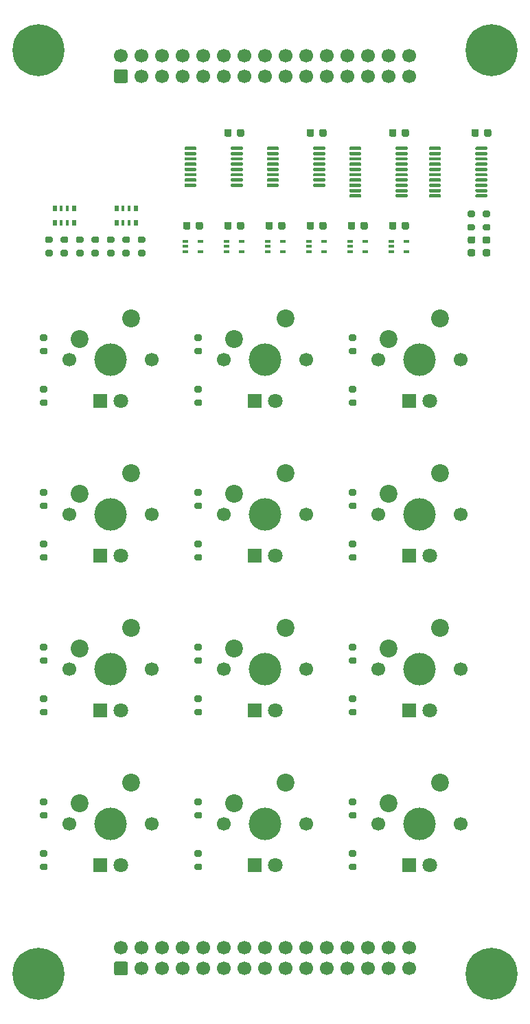
<source format=gbr>
%TF.GenerationSoftware,KiCad,Pcbnew,(5.1.9)-1*%
%TF.CreationDate,2021-05-31T11:32:24+02:00*%
%TF.ProjectId,periph_numpad,70657269-7068-45f6-9e75-6d7061642e6b,v1.0*%
%TF.SameCoordinates,Original*%
%TF.FileFunction,Soldermask,Top*%
%TF.FilePolarity,Negative*%
%FSLAX46Y46*%
G04 Gerber Fmt 4.6, Leading zero omitted, Abs format (unit mm)*
G04 Created by KiCad (PCBNEW (5.1.9)-1) date 2021-05-31 11:32:24*
%MOMM*%
%LPD*%
G01*
G04 APERTURE LIST*
%ADD10C,0.800000*%
%ADD11C,6.400000*%
%ADD12R,0.650000X0.400000*%
%ADD13C,1.700000*%
%ADD14C,4.000000*%
%ADD15C,2.200000*%
%ADD16R,0.500000X0.800000*%
%ADD17R,0.400000X0.800000*%
%ADD18C,1.800000*%
%ADD19R,1.800000X1.800000*%
G04 APERTURE END LIST*
D10*
%TO.C,H1*%
X73452056Y-54817944D03*
X71755000Y-54115000D03*
X70057944Y-54817944D03*
X69355000Y-56515000D03*
X70057944Y-58212056D03*
X71755000Y-58915000D03*
X73452056Y-58212056D03*
X74155000Y-56515000D03*
D11*
X71755000Y-56515000D03*
%TD*%
%TO.C,U1*%
G36*
G01*
X95470000Y-68680000D02*
X95470000Y-68480000D01*
G75*
G02*
X95570000Y-68380000I100000J0D01*
G01*
X96845000Y-68380000D01*
G75*
G02*
X96945000Y-68480000I0J-100000D01*
G01*
X96945000Y-68680000D01*
G75*
G02*
X96845000Y-68780000I-100000J0D01*
G01*
X95570000Y-68780000D01*
G75*
G02*
X95470000Y-68680000I0J100000D01*
G01*
G37*
G36*
G01*
X95470000Y-69330000D02*
X95470000Y-69130000D01*
G75*
G02*
X95570000Y-69030000I100000J0D01*
G01*
X96845000Y-69030000D01*
G75*
G02*
X96945000Y-69130000I0J-100000D01*
G01*
X96945000Y-69330000D01*
G75*
G02*
X96845000Y-69430000I-100000J0D01*
G01*
X95570000Y-69430000D01*
G75*
G02*
X95470000Y-69330000I0J100000D01*
G01*
G37*
G36*
G01*
X95470000Y-69980000D02*
X95470000Y-69780000D01*
G75*
G02*
X95570000Y-69680000I100000J0D01*
G01*
X96845000Y-69680000D01*
G75*
G02*
X96945000Y-69780000I0J-100000D01*
G01*
X96945000Y-69980000D01*
G75*
G02*
X96845000Y-70080000I-100000J0D01*
G01*
X95570000Y-70080000D01*
G75*
G02*
X95470000Y-69980000I0J100000D01*
G01*
G37*
G36*
G01*
X95470000Y-70630000D02*
X95470000Y-70430000D01*
G75*
G02*
X95570000Y-70330000I100000J0D01*
G01*
X96845000Y-70330000D01*
G75*
G02*
X96945000Y-70430000I0J-100000D01*
G01*
X96945000Y-70630000D01*
G75*
G02*
X96845000Y-70730000I-100000J0D01*
G01*
X95570000Y-70730000D01*
G75*
G02*
X95470000Y-70630000I0J100000D01*
G01*
G37*
G36*
G01*
X95470000Y-71280000D02*
X95470000Y-71080000D01*
G75*
G02*
X95570000Y-70980000I100000J0D01*
G01*
X96845000Y-70980000D01*
G75*
G02*
X96945000Y-71080000I0J-100000D01*
G01*
X96945000Y-71280000D01*
G75*
G02*
X96845000Y-71380000I-100000J0D01*
G01*
X95570000Y-71380000D01*
G75*
G02*
X95470000Y-71280000I0J100000D01*
G01*
G37*
G36*
G01*
X95470000Y-71930000D02*
X95470000Y-71730000D01*
G75*
G02*
X95570000Y-71630000I100000J0D01*
G01*
X96845000Y-71630000D01*
G75*
G02*
X96945000Y-71730000I0J-100000D01*
G01*
X96945000Y-71930000D01*
G75*
G02*
X96845000Y-72030000I-100000J0D01*
G01*
X95570000Y-72030000D01*
G75*
G02*
X95470000Y-71930000I0J100000D01*
G01*
G37*
G36*
G01*
X95470000Y-72580000D02*
X95470000Y-72380000D01*
G75*
G02*
X95570000Y-72280000I100000J0D01*
G01*
X96845000Y-72280000D01*
G75*
G02*
X96945000Y-72380000I0J-100000D01*
G01*
X96945000Y-72580000D01*
G75*
G02*
X96845000Y-72680000I-100000J0D01*
G01*
X95570000Y-72680000D01*
G75*
G02*
X95470000Y-72580000I0J100000D01*
G01*
G37*
G36*
G01*
X95470000Y-73230000D02*
X95470000Y-73030000D01*
G75*
G02*
X95570000Y-72930000I100000J0D01*
G01*
X96845000Y-72930000D01*
G75*
G02*
X96945000Y-73030000I0J-100000D01*
G01*
X96945000Y-73230000D01*
G75*
G02*
X96845000Y-73330000I-100000J0D01*
G01*
X95570000Y-73330000D01*
G75*
G02*
X95470000Y-73230000I0J100000D01*
G01*
G37*
G36*
G01*
X89745000Y-73230000D02*
X89745000Y-73030000D01*
G75*
G02*
X89845000Y-72930000I100000J0D01*
G01*
X91120000Y-72930000D01*
G75*
G02*
X91220000Y-73030000I0J-100000D01*
G01*
X91220000Y-73230000D01*
G75*
G02*
X91120000Y-73330000I-100000J0D01*
G01*
X89845000Y-73330000D01*
G75*
G02*
X89745000Y-73230000I0J100000D01*
G01*
G37*
G36*
G01*
X89745000Y-72580000D02*
X89745000Y-72380000D01*
G75*
G02*
X89845000Y-72280000I100000J0D01*
G01*
X91120000Y-72280000D01*
G75*
G02*
X91220000Y-72380000I0J-100000D01*
G01*
X91220000Y-72580000D01*
G75*
G02*
X91120000Y-72680000I-100000J0D01*
G01*
X89845000Y-72680000D01*
G75*
G02*
X89745000Y-72580000I0J100000D01*
G01*
G37*
G36*
G01*
X89745000Y-71930000D02*
X89745000Y-71730000D01*
G75*
G02*
X89845000Y-71630000I100000J0D01*
G01*
X91120000Y-71630000D01*
G75*
G02*
X91220000Y-71730000I0J-100000D01*
G01*
X91220000Y-71930000D01*
G75*
G02*
X91120000Y-72030000I-100000J0D01*
G01*
X89845000Y-72030000D01*
G75*
G02*
X89745000Y-71930000I0J100000D01*
G01*
G37*
G36*
G01*
X89745000Y-71280000D02*
X89745000Y-71080000D01*
G75*
G02*
X89845000Y-70980000I100000J0D01*
G01*
X91120000Y-70980000D01*
G75*
G02*
X91220000Y-71080000I0J-100000D01*
G01*
X91220000Y-71280000D01*
G75*
G02*
X91120000Y-71380000I-100000J0D01*
G01*
X89845000Y-71380000D01*
G75*
G02*
X89745000Y-71280000I0J100000D01*
G01*
G37*
G36*
G01*
X89745000Y-70630000D02*
X89745000Y-70430000D01*
G75*
G02*
X89845000Y-70330000I100000J0D01*
G01*
X91120000Y-70330000D01*
G75*
G02*
X91220000Y-70430000I0J-100000D01*
G01*
X91220000Y-70630000D01*
G75*
G02*
X91120000Y-70730000I-100000J0D01*
G01*
X89845000Y-70730000D01*
G75*
G02*
X89745000Y-70630000I0J100000D01*
G01*
G37*
G36*
G01*
X89745000Y-69980000D02*
X89745000Y-69780000D01*
G75*
G02*
X89845000Y-69680000I100000J0D01*
G01*
X91120000Y-69680000D01*
G75*
G02*
X91220000Y-69780000I0J-100000D01*
G01*
X91220000Y-69980000D01*
G75*
G02*
X91120000Y-70080000I-100000J0D01*
G01*
X89845000Y-70080000D01*
G75*
G02*
X89745000Y-69980000I0J100000D01*
G01*
G37*
G36*
G01*
X89745000Y-69330000D02*
X89745000Y-69130000D01*
G75*
G02*
X89845000Y-69030000I100000J0D01*
G01*
X91120000Y-69030000D01*
G75*
G02*
X91220000Y-69130000I0J-100000D01*
G01*
X91220000Y-69330000D01*
G75*
G02*
X91120000Y-69430000I-100000J0D01*
G01*
X89845000Y-69430000D01*
G75*
G02*
X89745000Y-69330000I0J100000D01*
G01*
G37*
G36*
G01*
X89745000Y-68680000D02*
X89745000Y-68480000D01*
G75*
G02*
X89845000Y-68380000I100000J0D01*
G01*
X91120000Y-68380000D01*
G75*
G02*
X91220000Y-68480000I0J-100000D01*
G01*
X91220000Y-68680000D01*
G75*
G02*
X91120000Y-68780000I-100000J0D01*
G01*
X89845000Y-68780000D01*
G75*
G02*
X89745000Y-68680000I0J100000D01*
G01*
G37*
%TD*%
%TO.C,R33*%
G36*
G01*
X124820000Y-77895000D02*
X125370000Y-77895000D01*
G75*
G02*
X125570000Y-78095000I0J-200000D01*
G01*
X125570000Y-78495000D01*
G75*
G02*
X125370000Y-78695000I-200000J0D01*
G01*
X124820000Y-78695000D01*
G75*
G02*
X124620000Y-78495000I0J200000D01*
G01*
X124620000Y-78095000D01*
G75*
G02*
X124820000Y-77895000I200000J0D01*
G01*
G37*
G36*
G01*
X124820000Y-76245000D02*
X125370000Y-76245000D01*
G75*
G02*
X125570000Y-76445000I0J-200000D01*
G01*
X125570000Y-76845000D01*
G75*
G02*
X125370000Y-77045000I-200000J0D01*
G01*
X124820000Y-77045000D01*
G75*
G02*
X124620000Y-76845000I0J200000D01*
G01*
X124620000Y-76445000D01*
G75*
G02*
X124820000Y-76245000I200000J0D01*
G01*
G37*
%TD*%
%TO.C,R32*%
G36*
G01*
X126725000Y-77895000D02*
X127275000Y-77895000D01*
G75*
G02*
X127475000Y-78095000I0J-200000D01*
G01*
X127475000Y-78495000D01*
G75*
G02*
X127275000Y-78695000I-200000J0D01*
G01*
X126725000Y-78695000D01*
G75*
G02*
X126525000Y-78495000I0J200000D01*
G01*
X126525000Y-78095000D01*
G75*
G02*
X126725000Y-77895000I200000J0D01*
G01*
G37*
G36*
G01*
X126725000Y-76245000D02*
X127275000Y-76245000D01*
G75*
G02*
X127475000Y-76445000I0J-200000D01*
G01*
X127475000Y-76845000D01*
G75*
G02*
X127275000Y-77045000I-200000J0D01*
G01*
X126725000Y-77045000D01*
G75*
G02*
X126525000Y-76845000I0J200000D01*
G01*
X126525000Y-76445000D01*
G75*
G02*
X126725000Y-76245000I200000J0D01*
G01*
G37*
%TD*%
D12*
%TO.C,U10*%
X117155000Y-79995000D03*
X117155000Y-81295000D03*
X115255000Y-80645000D03*
X115255000Y-81295000D03*
X115255000Y-79995000D03*
%TD*%
%TO.C,C10*%
G36*
G01*
X116530000Y-78355000D02*
X116530000Y-77855000D01*
G75*
G02*
X116755000Y-77630000I225000J0D01*
G01*
X117205000Y-77630000D01*
G75*
G02*
X117430000Y-77855000I0J-225000D01*
G01*
X117430000Y-78355000D01*
G75*
G02*
X117205000Y-78580000I-225000J0D01*
G01*
X116755000Y-78580000D01*
G75*
G02*
X116530000Y-78355000I0J225000D01*
G01*
G37*
G36*
G01*
X114980000Y-78355000D02*
X114980000Y-77855000D01*
G75*
G02*
X115205000Y-77630000I225000J0D01*
G01*
X115655000Y-77630000D01*
G75*
G02*
X115880000Y-77855000I0J-225000D01*
G01*
X115880000Y-78355000D01*
G75*
G02*
X115655000Y-78580000I-225000J0D01*
G01*
X115205000Y-78580000D01*
G75*
G02*
X114980000Y-78355000I0J225000D01*
G01*
G37*
%TD*%
%TO.C,R7*%
G36*
G01*
X73300000Y-80220000D02*
X72750000Y-80220000D01*
G75*
G02*
X72550000Y-80020000I0J200000D01*
G01*
X72550000Y-79620000D01*
G75*
G02*
X72750000Y-79420000I200000J0D01*
G01*
X73300000Y-79420000D01*
G75*
G02*
X73500000Y-79620000I0J-200000D01*
G01*
X73500000Y-80020000D01*
G75*
G02*
X73300000Y-80220000I-200000J0D01*
G01*
G37*
G36*
G01*
X73300000Y-81870000D02*
X72750000Y-81870000D01*
G75*
G02*
X72550000Y-81670000I0J200000D01*
G01*
X72550000Y-81270000D01*
G75*
G02*
X72750000Y-81070000I200000J0D01*
G01*
X73300000Y-81070000D01*
G75*
G02*
X73500000Y-81270000I0J-200000D01*
G01*
X73500000Y-81670000D01*
G75*
G02*
X73300000Y-81870000I-200000J0D01*
G01*
G37*
%TD*%
%TO.C,R6*%
G36*
G01*
X75205000Y-80220000D02*
X74655000Y-80220000D01*
G75*
G02*
X74455000Y-80020000I0J200000D01*
G01*
X74455000Y-79620000D01*
G75*
G02*
X74655000Y-79420000I200000J0D01*
G01*
X75205000Y-79420000D01*
G75*
G02*
X75405000Y-79620000I0J-200000D01*
G01*
X75405000Y-80020000D01*
G75*
G02*
X75205000Y-80220000I-200000J0D01*
G01*
G37*
G36*
G01*
X75205000Y-81870000D02*
X74655000Y-81870000D01*
G75*
G02*
X74455000Y-81670000I0J200000D01*
G01*
X74455000Y-81270000D01*
G75*
G02*
X74655000Y-81070000I200000J0D01*
G01*
X75205000Y-81070000D01*
G75*
G02*
X75405000Y-81270000I0J-200000D01*
G01*
X75405000Y-81670000D01*
G75*
G02*
X75205000Y-81870000I-200000J0D01*
G01*
G37*
%TD*%
%TO.C,R5*%
G36*
G01*
X77110000Y-80220000D02*
X76560000Y-80220000D01*
G75*
G02*
X76360000Y-80020000I0J200000D01*
G01*
X76360000Y-79620000D01*
G75*
G02*
X76560000Y-79420000I200000J0D01*
G01*
X77110000Y-79420000D01*
G75*
G02*
X77310000Y-79620000I0J-200000D01*
G01*
X77310000Y-80020000D01*
G75*
G02*
X77110000Y-80220000I-200000J0D01*
G01*
G37*
G36*
G01*
X77110000Y-81870000D02*
X76560000Y-81870000D01*
G75*
G02*
X76360000Y-81670000I0J200000D01*
G01*
X76360000Y-81270000D01*
G75*
G02*
X76560000Y-81070000I200000J0D01*
G01*
X77110000Y-81070000D01*
G75*
G02*
X77310000Y-81270000I0J-200000D01*
G01*
X77310000Y-81670000D01*
G75*
G02*
X77110000Y-81870000I-200000J0D01*
G01*
G37*
%TD*%
%TO.C,R4*%
G36*
G01*
X79015000Y-80220000D02*
X78465000Y-80220000D01*
G75*
G02*
X78265000Y-80020000I0J200000D01*
G01*
X78265000Y-79620000D01*
G75*
G02*
X78465000Y-79420000I200000J0D01*
G01*
X79015000Y-79420000D01*
G75*
G02*
X79215000Y-79620000I0J-200000D01*
G01*
X79215000Y-80020000D01*
G75*
G02*
X79015000Y-80220000I-200000J0D01*
G01*
G37*
G36*
G01*
X79015000Y-81870000D02*
X78465000Y-81870000D01*
G75*
G02*
X78265000Y-81670000I0J200000D01*
G01*
X78265000Y-81270000D01*
G75*
G02*
X78465000Y-81070000I200000J0D01*
G01*
X79015000Y-81070000D01*
G75*
G02*
X79215000Y-81270000I0J-200000D01*
G01*
X79215000Y-81670000D01*
G75*
G02*
X79015000Y-81870000I-200000J0D01*
G01*
G37*
%TD*%
%TO.C,R3*%
G36*
G01*
X80920000Y-80220000D02*
X80370000Y-80220000D01*
G75*
G02*
X80170000Y-80020000I0J200000D01*
G01*
X80170000Y-79620000D01*
G75*
G02*
X80370000Y-79420000I200000J0D01*
G01*
X80920000Y-79420000D01*
G75*
G02*
X81120000Y-79620000I0J-200000D01*
G01*
X81120000Y-80020000D01*
G75*
G02*
X80920000Y-80220000I-200000J0D01*
G01*
G37*
G36*
G01*
X80920000Y-81870000D02*
X80370000Y-81870000D01*
G75*
G02*
X80170000Y-81670000I0J200000D01*
G01*
X80170000Y-81270000D01*
G75*
G02*
X80370000Y-81070000I200000J0D01*
G01*
X80920000Y-81070000D01*
G75*
G02*
X81120000Y-81270000I0J-200000D01*
G01*
X81120000Y-81670000D01*
G75*
G02*
X80920000Y-81870000I-200000J0D01*
G01*
G37*
%TD*%
%TO.C,R2*%
G36*
G01*
X82825000Y-80220000D02*
X82275000Y-80220000D01*
G75*
G02*
X82075000Y-80020000I0J200000D01*
G01*
X82075000Y-79620000D01*
G75*
G02*
X82275000Y-79420000I200000J0D01*
G01*
X82825000Y-79420000D01*
G75*
G02*
X83025000Y-79620000I0J-200000D01*
G01*
X83025000Y-80020000D01*
G75*
G02*
X82825000Y-80220000I-200000J0D01*
G01*
G37*
G36*
G01*
X82825000Y-81870000D02*
X82275000Y-81870000D01*
G75*
G02*
X82075000Y-81670000I0J200000D01*
G01*
X82075000Y-81270000D01*
G75*
G02*
X82275000Y-81070000I200000J0D01*
G01*
X82825000Y-81070000D01*
G75*
G02*
X83025000Y-81270000I0J-200000D01*
G01*
X83025000Y-81670000D01*
G75*
G02*
X82825000Y-81870000I-200000J0D01*
G01*
G37*
%TD*%
%TO.C,R1*%
G36*
G01*
X84730000Y-80220000D02*
X84180000Y-80220000D01*
G75*
G02*
X83980000Y-80020000I0J200000D01*
G01*
X83980000Y-79620000D01*
G75*
G02*
X84180000Y-79420000I200000J0D01*
G01*
X84730000Y-79420000D01*
G75*
G02*
X84930000Y-79620000I0J-200000D01*
G01*
X84930000Y-80020000D01*
G75*
G02*
X84730000Y-80220000I-200000J0D01*
G01*
G37*
G36*
G01*
X84730000Y-81870000D02*
X84180000Y-81870000D01*
G75*
G02*
X83980000Y-81670000I0J200000D01*
G01*
X83980000Y-81270000D01*
G75*
G02*
X84180000Y-81070000I200000J0D01*
G01*
X84730000Y-81070000D01*
G75*
G02*
X84930000Y-81270000I0J-200000D01*
G01*
X84930000Y-81670000D01*
G75*
G02*
X84730000Y-81870000I-200000J0D01*
G01*
G37*
%TD*%
%TO.C,D14*%
G36*
G01*
X125401250Y-80295000D02*
X124888750Y-80295000D01*
G75*
G02*
X124670000Y-80076250I0J218750D01*
G01*
X124670000Y-79638750D01*
G75*
G02*
X124888750Y-79420000I218750J0D01*
G01*
X125401250Y-79420000D01*
G75*
G02*
X125620000Y-79638750I0J-218750D01*
G01*
X125620000Y-80076250D01*
G75*
G02*
X125401250Y-80295000I-218750J0D01*
G01*
G37*
G36*
G01*
X125401250Y-81870000D02*
X124888750Y-81870000D01*
G75*
G02*
X124670000Y-81651250I0J218750D01*
G01*
X124670000Y-81213750D01*
G75*
G02*
X124888750Y-80995000I218750J0D01*
G01*
X125401250Y-80995000D01*
G75*
G02*
X125620000Y-81213750I0J-218750D01*
G01*
X125620000Y-81651250D01*
G75*
G02*
X125401250Y-81870000I-218750J0D01*
G01*
G37*
%TD*%
%TO.C,D13*%
G36*
G01*
X127256250Y-80295000D02*
X126743750Y-80295000D01*
G75*
G02*
X126525000Y-80076250I0J218750D01*
G01*
X126525000Y-79638750D01*
G75*
G02*
X126743750Y-79420000I218750J0D01*
G01*
X127256250Y-79420000D01*
G75*
G02*
X127475000Y-79638750I0J-218750D01*
G01*
X127475000Y-80076250D01*
G75*
G02*
X127256250Y-80295000I-218750J0D01*
G01*
G37*
G36*
G01*
X127256250Y-81870000D02*
X126743750Y-81870000D01*
G75*
G02*
X126525000Y-81651250I0J218750D01*
G01*
X126525000Y-81213750D01*
G75*
G02*
X126743750Y-80995000I218750J0D01*
G01*
X127256250Y-80995000D01*
G75*
G02*
X127475000Y-81213750I0J-218750D01*
G01*
X127475000Y-81651250D01*
G75*
G02*
X127256250Y-81870000I-218750J0D01*
G01*
G37*
%TD*%
%TO.C,U9*%
G36*
G01*
X115790000Y-68680000D02*
X115790000Y-68480000D01*
G75*
G02*
X115890000Y-68380000I100000J0D01*
G01*
X117165000Y-68380000D01*
G75*
G02*
X117265000Y-68480000I0J-100000D01*
G01*
X117265000Y-68680000D01*
G75*
G02*
X117165000Y-68780000I-100000J0D01*
G01*
X115890000Y-68780000D01*
G75*
G02*
X115790000Y-68680000I0J100000D01*
G01*
G37*
G36*
G01*
X115790000Y-69330000D02*
X115790000Y-69130000D01*
G75*
G02*
X115890000Y-69030000I100000J0D01*
G01*
X117165000Y-69030000D01*
G75*
G02*
X117265000Y-69130000I0J-100000D01*
G01*
X117265000Y-69330000D01*
G75*
G02*
X117165000Y-69430000I-100000J0D01*
G01*
X115890000Y-69430000D01*
G75*
G02*
X115790000Y-69330000I0J100000D01*
G01*
G37*
G36*
G01*
X115790000Y-69980000D02*
X115790000Y-69780000D01*
G75*
G02*
X115890000Y-69680000I100000J0D01*
G01*
X117165000Y-69680000D01*
G75*
G02*
X117265000Y-69780000I0J-100000D01*
G01*
X117265000Y-69980000D01*
G75*
G02*
X117165000Y-70080000I-100000J0D01*
G01*
X115890000Y-70080000D01*
G75*
G02*
X115790000Y-69980000I0J100000D01*
G01*
G37*
G36*
G01*
X115790000Y-70630000D02*
X115790000Y-70430000D01*
G75*
G02*
X115890000Y-70330000I100000J0D01*
G01*
X117165000Y-70330000D01*
G75*
G02*
X117265000Y-70430000I0J-100000D01*
G01*
X117265000Y-70630000D01*
G75*
G02*
X117165000Y-70730000I-100000J0D01*
G01*
X115890000Y-70730000D01*
G75*
G02*
X115790000Y-70630000I0J100000D01*
G01*
G37*
G36*
G01*
X115790000Y-71280000D02*
X115790000Y-71080000D01*
G75*
G02*
X115890000Y-70980000I100000J0D01*
G01*
X117165000Y-70980000D01*
G75*
G02*
X117265000Y-71080000I0J-100000D01*
G01*
X117265000Y-71280000D01*
G75*
G02*
X117165000Y-71380000I-100000J0D01*
G01*
X115890000Y-71380000D01*
G75*
G02*
X115790000Y-71280000I0J100000D01*
G01*
G37*
G36*
G01*
X115790000Y-71930000D02*
X115790000Y-71730000D01*
G75*
G02*
X115890000Y-71630000I100000J0D01*
G01*
X117165000Y-71630000D01*
G75*
G02*
X117265000Y-71730000I0J-100000D01*
G01*
X117265000Y-71930000D01*
G75*
G02*
X117165000Y-72030000I-100000J0D01*
G01*
X115890000Y-72030000D01*
G75*
G02*
X115790000Y-71930000I0J100000D01*
G01*
G37*
G36*
G01*
X115790000Y-72580000D02*
X115790000Y-72380000D01*
G75*
G02*
X115890000Y-72280000I100000J0D01*
G01*
X117165000Y-72280000D01*
G75*
G02*
X117265000Y-72380000I0J-100000D01*
G01*
X117265000Y-72580000D01*
G75*
G02*
X117165000Y-72680000I-100000J0D01*
G01*
X115890000Y-72680000D01*
G75*
G02*
X115790000Y-72580000I0J100000D01*
G01*
G37*
G36*
G01*
X115790000Y-73230000D02*
X115790000Y-73030000D01*
G75*
G02*
X115890000Y-72930000I100000J0D01*
G01*
X117165000Y-72930000D01*
G75*
G02*
X117265000Y-73030000I0J-100000D01*
G01*
X117265000Y-73230000D01*
G75*
G02*
X117165000Y-73330000I-100000J0D01*
G01*
X115890000Y-73330000D01*
G75*
G02*
X115790000Y-73230000I0J100000D01*
G01*
G37*
G36*
G01*
X115790000Y-73880000D02*
X115790000Y-73680000D01*
G75*
G02*
X115890000Y-73580000I100000J0D01*
G01*
X117165000Y-73580000D01*
G75*
G02*
X117265000Y-73680000I0J-100000D01*
G01*
X117265000Y-73880000D01*
G75*
G02*
X117165000Y-73980000I-100000J0D01*
G01*
X115890000Y-73980000D01*
G75*
G02*
X115790000Y-73880000I0J100000D01*
G01*
G37*
G36*
G01*
X115790000Y-74530000D02*
X115790000Y-74330000D01*
G75*
G02*
X115890000Y-74230000I100000J0D01*
G01*
X117165000Y-74230000D01*
G75*
G02*
X117265000Y-74330000I0J-100000D01*
G01*
X117265000Y-74530000D01*
G75*
G02*
X117165000Y-74630000I-100000J0D01*
G01*
X115890000Y-74630000D01*
G75*
G02*
X115790000Y-74530000I0J100000D01*
G01*
G37*
G36*
G01*
X110065000Y-74530000D02*
X110065000Y-74330000D01*
G75*
G02*
X110165000Y-74230000I100000J0D01*
G01*
X111440000Y-74230000D01*
G75*
G02*
X111540000Y-74330000I0J-100000D01*
G01*
X111540000Y-74530000D01*
G75*
G02*
X111440000Y-74630000I-100000J0D01*
G01*
X110165000Y-74630000D01*
G75*
G02*
X110065000Y-74530000I0J100000D01*
G01*
G37*
G36*
G01*
X110065000Y-73880000D02*
X110065000Y-73680000D01*
G75*
G02*
X110165000Y-73580000I100000J0D01*
G01*
X111440000Y-73580000D01*
G75*
G02*
X111540000Y-73680000I0J-100000D01*
G01*
X111540000Y-73880000D01*
G75*
G02*
X111440000Y-73980000I-100000J0D01*
G01*
X110165000Y-73980000D01*
G75*
G02*
X110065000Y-73880000I0J100000D01*
G01*
G37*
G36*
G01*
X110065000Y-73230000D02*
X110065000Y-73030000D01*
G75*
G02*
X110165000Y-72930000I100000J0D01*
G01*
X111440000Y-72930000D01*
G75*
G02*
X111540000Y-73030000I0J-100000D01*
G01*
X111540000Y-73230000D01*
G75*
G02*
X111440000Y-73330000I-100000J0D01*
G01*
X110165000Y-73330000D01*
G75*
G02*
X110065000Y-73230000I0J100000D01*
G01*
G37*
G36*
G01*
X110065000Y-72580000D02*
X110065000Y-72380000D01*
G75*
G02*
X110165000Y-72280000I100000J0D01*
G01*
X111440000Y-72280000D01*
G75*
G02*
X111540000Y-72380000I0J-100000D01*
G01*
X111540000Y-72580000D01*
G75*
G02*
X111440000Y-72680000I-100000J0D01*
G01*
X110165000Y-72680000D01*
G75*
G02*
X110065000Y-72580000I0J100000D01*
G01*
G37*
G36*
G01*
X110065000Y-71930000D02*
X110065000Y-71730000D01*
G75*
G02*
X110165000Y-71630000I100000J0D01*
G01*
X111440000Y-71630000D01*
G75*
G02*
X111540000Y-71730000I0J-100000D01*
G01*
X111540000Y-71930000D01*
G75*
G02*
X111440000Y-72030000I-100000J0D01*
G01*
X110165000Y-72030000D01*
G75*
G02*
X110065000Y-71930000I0J100000D01*
G01*
G37*
G36*
G01*
X110065000Y-71280000D02*
X110065000Y-71080000D01*
G75*
G02*
X110165000Y-70980000I100000J0D01*
G01*
X111440000Y-70980000D01*
G75*
G02*
X111540000Y-71080000I0J-100000D01*
G01*
X111540000Y-71280000D01*
G75*
G02*
X111440000Y-71380000I-100000J0D01*
G01*
X110165000Y-71380000D01*
G75*
G02*
X110065000Y-71280000I0J100000D01*
G01*
G37*
G36*
G01*
X110065000Y-70630000D02*
X110065000Y-70430000D01*
G75*
G02*
X110165000Y-70330000I100000J0D01*
G01*
X111440000Y-70330000D01*
G75*
G02*
X111540000Y-70430000I0J-100000D01*
G01*
X111540000Y-70630000D01*
G75*
G02*
X111440000Y-70730000I-100000J0D01*
G01*
X110165000Y-70730000D01*
G75*
G02*
X110065000Y-70630000I0J100000D01*
G01*
G37*
G36*
G01*
X110065000Y-69980000D02*
X110065000Y-69780000D01*
G75*
G02*
X110165000Y-69680000I100000J0D01*
G01*
X111440000Y-69680000D01*
G75*
G02*
X111540000Y-69780000I0J-100000D01*
G01*
X111540000Y-69980000D01*
G75*
G02*
X111440000Y-70080000I-100000J0D01*
G01*
X110165000Y-70080000D01*
G75*
G02*
X110065000Y-69980000I0J100000D01*
G01*
G37*
G36*
G01*
X110065000Y-69330000D02*
X110065000Y-69130000D01*
G75*
G02*
X110165000Y-69030000I100000J0D01*
G01*
X111440000Y-69030000D01*
G75*
G02*
X111540000Y-69130000I0J-100000D01*
G01*
X111540000Y-69330000D01*
G75*
G02*
X111440000Y-69430000I-100000J0D01*
G01*
X110165000Y-69430000D01*
G75*
G02*
X110065000Y-69330000I0J100000D01*
G01*
G37*
G36*
G01*
X110065000Y-68680000D02*
X110065000Y-68480000D01*
G75*
G02*
X110165000Y-68380000I100000J0D01*
G01*
X111440000Y-68380000D01*
G75*
G02*
X111540000Y-68480000I0J-100000D01*
G01*
X111540000Y-68680000D01*
G75*
G02*
X111440000Y-68780000I-100000J0D01*
G01*
X110165000Y-68780000D01*
G75*
G02*
X110065000Y-68680000I0J100000D01*
G01*
G37*
%TD*%
%TO.C,U8*%
G36*
G01*
X125627500Y-68680000D02*
X125627500Y-68480000D01*
G75*
G02*
X125727500Y-68380000I100000J0D01*
G01*
X127002500Y-68380000D01*
G75*
G02*
X127102500Y-68480000I0J-100000D01*
G01*
X127102500Y-68680000D01*
G75*
G02*
X127002500Y-68780000I-100000J0D01*
G01*
X125727500Y-68780000D01*
G75*
G02*
X125627500Y-68680000I0J100000D01*
G01*
G37*
G36*
G01*
X125627500Y-69330000D02*
X125627500Y-69130000D01*
G75*
G02*
X125727500Y-69030000I100000J0D01*
G01*
X127002500Y-69030000D01*
G75*
G02*
X127102500Y-69130000I0J-100000D01*
G01*
X127102500Y-69330000D01*
G75*
G02*
X127002500Y-69430000I-100000J0D01*
G01*
X125727500Y-69430000D01*
G75*
G02*
X125627500Y-69330000I0J100000D01*
G01*
G37*
G36*
G01*
X125627500Y-69980000D02*
X125627500Y-69780000D01*
G75*
G02*
X125727500Y-69680000I100000J0D01*
G01*
X127002500Y-69680000D01*
G75*
G02*
X127102500Y-69780000I0J-100000D01*
G01*
X127102500Y-69980000D01*
G75*
G02*
X127002500Y-70080000I-100000J0D01*
G01*
X125727500Y-70080000D01*
G75*
G02*
X125627500Y-69980000I0J100000D01*
G01*
G37*
G36*
G01*
X125627500Y-70630000D02*
X125627500Y-70430000D01*
G75*
G02*
X125727500Y-70330000I100000J0D01*
G01*
X127002500Y-70330000D01*
G75*
G02*
X127102500Y-70430000I0J-100000D01*
G01*
X127102500Y-70630000D01*
G75*
G02*
X127002500Y-70730000I-100000J0D01*
G01*
X125727500Y-70730000D01*
G75*
G02*
X125627500Y-70630000I0J100000D01*
G01*
G37*
G36*
G01*
X125627500Y-71280000D02*
X125627500Y-71080000D01*
G75*
G02*
X125727500Y-70980000I100000J0D01*
G01*
X127002500Y-70980000D01*
G75*
G02*
X127102500Y-71080000I0J-100000D01*
G01*
X127102500Y-71280000D01*
G75*
G02*
X127002500Y-71380000I-100000J0D01*
G01*
X125727500Y-71380000D01*
G75*
G02*
X125627500Y-71280000I0J100000D01*
G01*
G37*
G36*
G01*
X125627500Y-71930000D02*
X125627500Y-71730000D01*
G75*
G02*
X125727500Y-71630000I100000J0D01*
G01*
X127002500Y-71630000D01*
G75*
G02*
X127102500Y-71730000I0J-100000D01*
G01*
X127102500Y-71930000D01*
G75*
G02*
X127002500Y-72030000I-100000J0D01*
G01*
X125727500Y-72030000D01*
G75*
G02*
X125627500Y-71930000I0J100000D01*
G01*
G37*
G36*
G01*
X125627500Y-72580000D02*
X125627500Y-72380000D01*
G75*
G02*
X125727500Y-72280000I100000J0D01*
G01*
X127002500Y-72280000D01*
G75*
G02*
X127102500Y-72380000I0J-100000D01*
G01*
X127102500Y-72580000D01*
G75*
G02*
X127002500Y-72680000I-100000J0D01*
G01*
X125727500Y-72680000D01*
G75*
G02*
X125627500Y-72580000I0J100000D01*
G01*
G37*
G36*
G01*
X125627500Y-73230000D02*
X125627500Y-73030000D01*
G75*
G02*
X125727500Y-72930000I100000J0D01*
G01*
X127002500Y-72930000D01*
G75*
G02*
X127102500Y-73030000I0J-100000D01*
G01*
X127102500Y-73230000D01*
G75*
G02*
X127002500Y-73330000I-100000J0D01*
G01*
X125727500Y-73330000D01*
G75*
G02*
X125627500Y-73230000I0J100000D01*
G01*
G37*
G36*
G01*
X125627500Y-73880000D02*
X125627500Y-73680000D01*
G75*
G02*
X125727500Y-73580000I100000J0D01*
G01*
X127002500Y-73580000D01*
G75*
G02*
X127102500Y-73680000I0J-100000D01*
G01*
X127102500Y-73880000D01*
G75*
G02*
X127002500Y-73980000I-100000J0D01*
G01*
X125727500Y-73980000D01*
G75*
G02*
X125627500Y-73880000I0J100000D01*
G01*
G37*
G36*
G01*
X125627500Y-74530000D02*
X125627500Y-74330000D01*
G75*
G02*
X125727500Y-74230000I100000J0D01*
G01*
X127002500Y-74230000D01*
G75*
G02*
X127102500Y-74330000I0J-100000D01*
G01*
X127102500Y-74530000D01*
G75*
G02*
X127002500Y-74630000I-100000J0D01*
G01*
X125727500Y-74630000D01*
G75*
G02*
X125627500Y-74530000I0J100000D01*
G01*
G37*
G36*
G01*
X119902500Y-74530000D02*
X119902500Y-74330000D01*
G75*
G02*
X120002500Y-74230000I100000J0D01*
G01*
X121277500Y-74230000D01*
G75*
G02*
X121377500Y-74330000I0J-100000D01*
G01*
X121377500Y-74530000D01*
G75*
G02*
X121277500Y-74630000I-100000J0D01*
G01*
X120002500Y-74630000D01*
G75*
G02*
X119902500Y-74530000I0J100000D01*
G01*
G37*
G36*
G01*
X119902500Y-73880000D02*
X119902500Y-73680000D01*
G75*
G02*
X120002500Y-73580000I100000J0D01*
G01*
X121277500Y-73580000D01*
G75*
G02*
X121377500Y-73680000I0J-100000D01*
G01*
X121377500Y-73880000D01*
G75*
G02*
X121277500Y-73980000I-100000J0D01*
G01*
X120002500Y-73980000D01*
G75*
G02*
X119902500Y-73880000I0J100000D01*
G01*
G37*
G36*
G01*
X119902500Y-73230000D02*
X119902500Y-73030000D01*
G75*
G02*
X120002500Y-72930000I100000J0D01*
G01*
X121277500Y-72930000D01*
G75*
G02*
X121377500Y-73030000I0J-100000D01*
G01*
X121377500Y-73230000D01*
G75*
G02*
X121277500Y-73330000I-100000J0D01*
G01*
X120002500Y-73330000D01*
G75*
G02*
X119902500Y-73230000I0J100000D01*
G01*
G37*
G36*
G01*
X119902500Y-72580000D02*
X119902500Y-72380000D01*
G75*
G02*
X120002500Y-72280000I100000J0D01*
G01*
X121277500Y-72280000D01*
G75*
G02*
X121377500Y-72380000I0J-100000D01*
G01*
X121377500Y-72580000D01*
G75*
G02*
X121277500Y-72680000I-100000J0D01*
G01*
X120002500Y-72680000D01*
G75*
G02*
X119902500Y-72580000I0J100000D01*
G01*
G37*
G36*
G01*
X119902500Y-71930000D02*
X119902500Y-71730000D01*
G75*
G02*
X120002500Y-71630000I100000J0D01*
G01*
X121277500Y-71630000D01*
G75*
G02*
X121377500Y-71730000I0J-100000D01*
G01*
X121377500Y-71930000D01*
G75*
G02*
X121277500Y-72030000I-100000J0D01*
G01*
X120002500Y-72030000D01*
G75*
G02*
X119902500Y-71930000I0J100000D01*
G01*
G37*
G36*
G01*
X119902500Y-71280000D02*
X119902500Y-71080000D01*
G75*
G02*
X120002500Y-70980000I100000J0D01*
G01*
X121277500Y-70980000D01*
G75*
G02*
X121377500Y-71080000I0J-100000D01*
G01*
X121377500Y-71280000D01*
G75*
G02*
X121277500Y-71380000I-100000J0D01*
G01*
X120002500Y-71380000D01*
G75*
G02*
X119902500Y-71280000I0J100000D01*
G01*
G37*
G36*
G01*
X119902500Y-70630000D02*
X119902500Y-70430000D01*
G75*
G02*
X120002500Y-70330000I100000J0D01*
G01*
X121277500Y-70330000D01*
G75*
G02*
X121377500Y-70430000I0J-100000D01*
G01*
X121377500Y-70630000D01*
G75*
G02*
X121277500Y-70730000I-100000J0D01*
G01*
X120002500Y-70730000D01*
G75*
G02*
X119902500Y-70630000I0J100000D01*
G01*
G37*
G36*
G01*
X119902500Y-69980000D02*
X119902500Y-69780000D01*
G75*
G02*
X120002500Y-69680000I100000J0D01*
G01*
X121277500Y-69680000D01*
G75*
G02*
X121377500Y-69780000I0J-100000D01*
G01*
X121377500Y-69980000D01*
G75*
G02*
X121277500Y-70080000I-100000J0D01*
G01*
X120002500Y-70080000D01*
G75*
G02*
X119902500Y-69980000I0J100000D01*
G01*
G37*
G36*
G01*
X119902500Y-69330000D02*
X119902500Y-69130000D01*
G75*
G02*
X120002500Y-69030000I100000J0D01*
G01*
X121277500Y-69030000D01*
G75*
G02*
X121377500Y-69130000I0J-100000D01*
G01*
X121377500Y-69330000D01*
G75*
G02*
X121277500Y-69430000I-100000J0D01*
G01*
X120002500Y-69430000D01*
G75*
G02*
X119902500Y-69330000I0J100000D01*
G01*
G37*
G36*
G01*
X119902500Y-68680000D02*
X119902500Y-68480000D01*
G75*
G02*
X120002500Y-68380000I100000J0D01*
G01*
X121277500Y-68380000D01*
G75*
G02*
X121377500Y-68480000I0J-100000D01*
G01*
X121377500Y-68680000D01*
G75*
G02*
X121277500Y-68780000I-100000J0D01*
G01*
X120002500Y-68780000D01*
G75*
G02*
X119902500Y-68680000I0J100000D01*
G01*
G37*
%TD*%
%TO.C,U7*%
X96835000Y-79995000D03*
X96835000Y-81295000D03*
X94935000Y-80645000D03*
X94935000Y-81295000D03*
X94935000Y-79995000D03*
%TD*%
%TO.C,U6*%
X91755000Y-79995000D03*
X91755000Y-81295000D03*
X89855000Y-80645000D03*
X89855000Y-81295000D03*
X89855000Y-79995000D03*
%TD*%
%TO.C,U5*%
X112075000Y-79995000D03*
X112075000Y-81295000D03*
X110175000Y-80645000D03*
X110175000Y-81295000D03*
X110175000Y-79995000D03*
%TD*%
%TO.C,U4*%
X101915000Y-79995000D03*
X101915000Y-81295000D03*
X100015000Y-80645000D03*
X100015000Y-81295000D03*
X100015000Y-79995000D03*
%TD*%
%TO.C,U3*%
X106995000Y-79995000D03*
X106995000Y-81295000D03*
X105095000Y-80645000D03*
X105095000Y-81295000D03*
X105095000Y-79995000D03*
%TD*%
%TO.C,U2*%
G36*
G01*
X105630000Y-68680000D02*
X105630000Y-68480000D01*
G75*
G02*
X105730000Y-68380000I100000J0D01*
G01*
X107005000Y-68380000D01*
G75*
G02*
X107105000Y-68480000I0J-100000D01*
G01*
X107105000Y-68680000D01*
G75*
G02*
X107005000Y-68780000I-100000J0D01*
G01*
X105730000Y-68780000D01*
G75*
G02*
X105630000Y-68680000I0J100000D01*
G01*
G37*
G36*
G01*
X105630000Y-69330000D02*
X105630000Y-69130000D01*
G75*
G02*
X105730000Y-69030000I100000J0D01*
G01*
X107005000Y-69030000D01*
G75*
G02*
X107105000Y-69130000I0J-100000D01*
G01*
X107105000Y-69330000D01*
G75*
G02*
X107005000Y-69430000I-100000J0D01*
G01*
X105730000Y-69430000D01*
G75*
G02*
X105630000Y-69330000I0J100000D01*
G01*
G37*
G36*
G01*
X105630000Y-69980000D02*
X105630000Y-69780000D01*
G75*
G02*
X105730000Y-69680000I100000J0D01*
G01*
X107005000Y-69680000D01*
G75*
G02*
X107105000Y-69780000I0J-100000D01*
G01*
X107105000Y-69980000D01*
G75*
G02*
X107005000Y-70080000I-100000J0D01*
G01*
X105730000Y-70080000D01*
G75*
G02*
X105630000Y-69980000I0J100000D01*
G01*
G37*
G36*
G01*
X105630000Y-70630000D02*
X105630000Y-70430000D01*
G75*
G02*
X105730000Y-70330000I100000J0D01*
G01*
X107005000Y-70330000D01*
G75*
G02*
X107105000Y-70430000I0J-100000D01*
G01*
X107105000Y-70630000D01*
G75*
G02*
X107005000Y-70730000I-100000J0D01*
G01*
X105730000Y-70730000D01*
G75*
G02*
X105630000Y-70630000I0J100000D01*
G01*
G37*
G36*
G01*
X105630000Y-71280000D02*
X105630000Y-71080000D01*
G75*
G02*
X105730000Y-70980000I100000J0D01*
G01*
X107005000Y-70980000D01*
G75*
G02*
X107105000Y-71080000I0J-100000D01*
G01*
X107105000Y-71280000D01*
G75*
G02*
X107005000Y-71380000I-100000J0D01*
G01*
X105730000Y-71380000D01*
G75*
G02*
X105630000Y-71280000I0J100000D01*
G01*
G37*
G36*
G01*
X105630000Y-71930000D02*
X105630000Y-71730000D01*
G75*
G02*
X105730000Y-71630000I100000J0D01*
G01*
X107005000Y-71630000D01*
G75*
G02*
X107105000Y-71730000I0J-100000D01*
G01*
X107105000Y-71930000D01*
G75*
G02*
X107005000Y-72030000I-100000J0D01*
G01*
X105730000Y-72030000D01*
G75*
G02*
X105630000Y-71930000I0J100000D01*
G01*
G37*
G36*
G01*
X105630000Y-72580000D02*
X105630000Y-72380000D01*
G75*
G02*
X105730000Y-72280000I100000J0D01*
G01*
X107005000Y-72280000D01*
G75*
G02*
X107105000Y-72380000I0J-100000D01*
G01*
X107105000Y-72580000D01*
G75*
G02*
X107005000Y-72680000I-100000J0D01*
G01*
X105730000Y-72680000D01*
G75*
G02*
X105630000Y-72580000I0J100000D01*
G01*
G37*
G36*
G01*
X105630000Y-73230000D02*
X105630000Y-73030000D01*
G75*
G02*
X105730000Y-72930000I100000J0D01*
G01*
X107005000Y-72930000D01*
G75*
G02*
X107105000Y-73030000I0J-100000D01*
G01*
X107105000Y-73230000D01*
G75*
G02*
X107005000Y-73330000I-100000J0D01*
G01*
X105730000Y-73330000D01*
G75*
G02*
X105630000Y-73230000I0J100000D01*
G01*
G37*
G36*
G01*
X99905000Y-73230000D02*
X99905000Y-73030000D01*
G75*
G02*
X100005000Y-72930000I100000J0D01*
G01*
X101280000Y-72930000D01*
G75*
G02*
X101380000Y-73030000I0J-100000D01*
G01*
X101380000Y-73230000D01*
G75*
G02*
X101280000Y-73330000I-100000J0D01*
G01*
X100005000Y-73330000D01*
G75*
G02*
X99905000Y-73230000I0J100000D01*
G01*
G37*
G36*
G01*
X99905000Y-72580000D02*
X99905000Y-72380000D01*
G75*
G02*
X100005000Y-72280000I100000J0D01*
G01*
X101280000Y-72280000D01*
G75*
G02*
X101380000Y-72380000I0J-100000D01*
G01*
X101380000Y-72580000D01*
G75*
G02*
X101280000Y-72680000I-100000J0D01*
G01*
X100005000Y-72680000D01*
G75*
G02*
X99905000Y-72580000I0J100000D01*
G01*
G37*
G36*
G01*
X99905000Y-71930000D02*
X99905000Y-71730000D01*
G75*
G02*
X100005000Y-71630000I100000J0D01*
G01*
X101280000Y-71630000D01*
G75*
G02*
X101380000Y-71730000I0J-100000D01*
G01*
X101380000Y-71930000D01*
G75*
G02*
X101280000Y-72030000I-100000J0D01*
G01*
X100005000Y-72030000D01*
G75*
G02*
X99905000Y-71930000I0J100000D01*
G01*
G37*
G36*
G01*
X99905000Y-71280000D02*
X99905000Y-71080000D01*
G75*
G02*
X100005000Y-70980000I100000J0D01*
G01*
X101280000Y-70980000D01*
G75*
G02*
X101380000Y-71080000I0J-100000D01*
G01*
X101380000Y-71280000D01*
G75*
G02*
X101280000Y-71380000I-100000J0D01*
G01*
X100005000Y-71380000D01*
G75*
G02*
X99905000Y-71280000I0J100000D01*
G01*
G37*
G36*
G01*
X99905000Y-70630000D02*
X99905000Y-70430000D01*
G75*
G02*
X100005000Y-70330000I100000J0D01*
G01*
X101280000Y-70330000D01*
G75*
G02*
X101380000Y-70430000I0J-100000D01*
G01*
X101380000Y-70630000D01*
G75*
G02*
X101280000Y-70730000I-100000J0D01*
G01*
X100005000Y-70730000D01*
G75*
G02*
X99905000Y-70630000I0J100000D01*
G01*
G37*
G36*
G01*
X99905000Y-69980000D02*
X99905000Y-69780000D01*
G75*
G02*
X100005000Y-69680000I100000J0D01*
G01*
X101280000Y-69680000D01*
G75*
G02*
X101380000Y-69780000I0J-100000D01*
G01*
X101380000Y-69980000D01*
G75*
G02*
X101280000Y-70080000I-100000J0D01*
G01*
X100005000Y-70080000D01*
G75*
G02*
X99905000Y-69980000I0J100000D01*
G01*
G37*
G36*
G01*
X99905000Y-69330000D02*
X99905000Y-69130000D01*
G75*
G02*
X100005000Y-69030000I100000J0D01*
G01*
X101280000Y-69030000D01*
G75*
G02*
X101380000Y-69130000I0J-100000D01*
G01*
X101380000Y-69330000D01*
G75*
G02*
X101280000Y-69430000I-100000J0D01*
G01*
X100005000Y-69430000D01*
G75*
G02*
X99905000Y-69330000I0J100000D01*
G01*
G37*
G36*
G01*
X99905000Y-68680000D02*
X99905000Y-68480000D01*
G75*
G02*
X100005000Y-68380000I100000J0D01*
G01*
X101280000Y-68380000D01*
G75*
G02*
X101380000Y-68480000I0J-100000D01*
G01*
X101380000Y-68680000D01*
G75*
G02*
X101280000Y-68780000I-100000J0D01*
G01*
X100005000Y-68780000D01*
G75*
G02*
X99905000Y-68680000I0J100000D01*
G01*
G37*
%TD*%
D13*
%TO.C,SW12*%
X123825000Y-151765000D03*
X113665000Y-151765000D03*
D14*
X118745000Y-151765000D03*
D15*
X114935000Y-149225000D03*
X121285000Y-146685000D03*
%TD*%
D13*
%TO.C,SW11*%
X123825000Y-132715000D03*
X113665000Y-132715000D03*
D14*
X118745000Y-132715000D03*
D15*
X114935000Y-130175000D03*
X121285000Y-127635000D03*
%TD*%
D13*
%TO.C,SW10*%
X104775000Y-132715000D03*
X94615000Y-132715000D03*
D14*
X99695000Y-132715000D03*
D15*
X95885000Y-130175000D03*
X102235000Y-127635000D03*
%TD*%
D13*
%TO.C,SW9*%
X85725000Y-132715000D03*
X75565000Y-132715000D03*
D14*
X80645000Y-132715000D03*
D15*
X76835000Y-130175000D03*
X83185000Y-127635000D03*
%TD*%
D13*
%TO.C,SW8*%
X123825000Y-113665000D03*
X113665000Y-113665000D03*
D14*
X118745000Y-113665000D03*
D15*
X114935000Y-111125000D03*
X121285000Y-108585000D03*
%TD*%
D13*
%TO.C,SW7*%
X104775000Y-113665000D03*
X94615000Y-113665000D03*
D14*
X99695000Y-113665000D03*
D15*
X95885000Y-111125000D03*
X102235000Y-108585000D03*
%TD*%
D13*
%TO.C,SW6*%
X85725000Y-113665000D03*
X75565000Y-113665000D03*
D14*
X80645000Y-113665000D03*
D15*
X76835000Y-111125000D03*
X83185000Y-108585000D03*
%TD*%
D13*
%TO.C,SW5*%
X123825000Y-94615000D03*
X113665000Y-94615000D03*
D14*
X118745000Y-94615000D03*
D15*
X114935000Y-92075000D03*
X121285000Y-89535000D03*
%TD*%
D13*
%TO.C,SW4*%
X104775000Y-94615000D03*
X94615000Y-94615000D03*
D14*
X99695000Y-94615000D03*
D15*
X95885000Y-92075000D03*
X102235000Y-89535000D03*
%TD*%
D13*
%TO.C,SW3*%
X85725000Y-94615000D03*
X75565000Y-94615000D03*
D14*
X80645000Y-94615000D03*
D15*
X76835000Y-92075000D03*
X83185000Y-89535000D03*
%TD*%
D13*
%TO.C,SW2*%
X104775000Y-151765000D03*
X94615000Y-151765000D03*
D14*
X99695000Y-151765000D03*
D15*
X95885000Y-149225000D03*
X102235000Y-146685000D03*
%TD*%
D13*
%TO.C,SW1*%
X85725000Y-151765000D03*
X75565000Y-151765000D03*
D14*
X80645000Y-151765000D03*
D15*
X76835000Y-149225000D03*
X83185000Y-146685000D03*
%TD*%
D16*
%TO.C,RN2*%
X76130000Y-75935000D03*
D17*
X75330000Y-75935000D03*
D16*
X73730000Y-75935000D03*
D17*
X74530000Y-75935000D03*
D16*
X76130000Y-77735000D03*
D17*
X74530000Y-77735000D03*
X75330000Y-77735000D03*
D16*
X73730000Y-77735000D03*
%TD*%
%TO.C,RN1*%
X83750000Y-75935000D03*
D17*
X82950000Y-75935000D03*
D16*
X81350000Y-75935000D03*
D17*
X82150000Y-75935000D03*
D16*
X83750000Y-77735000D03*
D17*
X82150000Y-77735000D03*
X82950000Y-77735000D03*
D16*
X81350000Y-77735000D03*
%TD*%
%TO.C,R31*%
G36*
G01*
X110215000Y-150285000D02*
X110765000Y-150285000D01*
G75*
G02*
X110965000Y-150485000I0J-200000D01*
G01*
X110965000Y-150885000D01*
G75*
G02*
X110765000Y-151085000I-200000J0D01*
G01*
X110215000Y-151085000D01*
G75*
G02*
X110015000Y-150885000I0J200000D01*
G01*
X110015000Y-150485000D01*
G75*
G02*
X110215000Y-150285000I200000J0D01*
G01*
G37*
G36*
G01*
X110215000Y-148635000D02*
X110765000Y-148635000D01*
G75*
G02*
X110965000Y-148835000I0J-200000D01*
G01*
X110965000Y-149235000D01*
G75*
G02*
X110765000Y-149435000I-200000J0D01*
G01*
X110215000Y-149435000D01*
G75*
G02*
X110015000Y-149235000I0J200000D01*
G01*
X110015000Y-148835000D01*
G75*
G02*
X110215000Y-148635000I200000J0D01*
G01*
G37*
%TD*%
%TO.C,R30*%
G36*
G01*
X110765000Y-155785000D02*
X110215000Y-155785000D01*
G75*
G02*
X110015000Y-155585000I0J200000D01*
G01*
X110015000Y-155185000D01*
G75*
G02*
X110215000Y-154985000I200000J0D01*
G01*
X110765000Y-154985000D01*
G75*
G02*
X110965000Y-155185000I0J-200000D01*
G01*
X110965000Y-155585000D01*
G75*
G02*
X110765000Y-155785000I-200000J0D01*
G01*
G37*
G36*
G01*
X110765000Y-157435000D02*
X110215000Y-157435000D01*
G75*
G02*
X110015000Y-157235000I0J200000D01*
G01*
X110015000Y-156835000D01*
G75*
G02*
X110215000Y-156635000I200000J0D01*
G01*
X110765000Y-156635000D01*
G75*
G02*
X110965000Y-156835000I0J-200000D01*
G01*
X110965000Y-157235000D01*
G75*
G02*
X110765000Y-157435000I-200000J0D01*
G01*
G37*
%TD*%
%TO.C,R29*%
G36*
G01*
X110215000Y-131235000D02*
X110765000Y-131235000D01*
G75*
G02*
X110965000Y-131435000I0J-200000D01*
G01*
X110965000Y-131835000D01*
G75*
G02*
X110765000Y-132035000I-200000J0D01*
G01*
X110215000Y-132035000D01*
G75*
G02*
X110015000Y-131835000I0J200000D01*
G01*
X110015000Y-131435000D01*
G75*
G02*
X110215000Y-131235000I200000J0D01*
G01*
G37*
G36*
G01*
X110215000Y-129585000D02*
X110765000Y-129585000D01*
G75*
G02*
X110965000Y-129785000I0J-200000D01*
G01*
X110965000Y-130185000D01*
G75*
G02*
X110765000Y-130385000I-200000J0D01*
G01*
X110215000Y-130385000D01*
G75*
G02*
X110015000Y-130185000I0J200000D01*
G01*
X110015000Y-129785000D01*
G75*
G02*
X110215000Y-129585000I200000J0D01*
G01*
G37*
%TD*%
%TO.C,R28*%
G36*
G01*
X110765000Y-136735000D02*
X110215000Y-136735000D01*
G75*
G02*
X110015000Y-136535000I0J200000D01*
G01*
X110015000Y-136135000D01*
G75*
G02*
X110215000Y-135935000I200000J0D01*
G01*
X110765000Y-135935000D01*
G75*
G02*
X110965000Y-136135000I0J-200000D01*
G01*
X110965000Y-136535000D01*
G75*
G02*
X110765000Y-136735000I-200000J0D01*
G01*
G37*
G36*
G01*
X110765000Y-138385000D02*
X110215000Y-138385000D01*
G75*
G02*
X110015000Y-138185000I0J200000D01*
G01*
X110015000Y-137785000D01*
G75*
G02*
X110215000Y-137585000I200000J0D01*
G01*
X110765000Y-137585000D01*
G75*
G02*
X110965000Y-137785000I0J-200000D01*
G01*
X110965000Y-138185000D01*
G75*
G02*
X110765000Y-138385000I-200000J0D01*
G01*
G37*
%TD*%
%TO.C,R27*%
G36*
G01*
X91165000Y-131235000D02*
X91715000Y-131235000D01*
G75*
G02*
X91915000Y-131435000I0J-200000D01*
G01*
X91915000Y-131835000D01*
G75*
G02*
X91715000Y-132035000I-200000J0D01*
G01*
X91165000Y-132035000D01*
G75*
G02*
X90965000Y-131835000I0J200000D01*
G01*
X90965000Y-131435000D01*
G75*
G02*
X91165000Y-131235000I200000J0D01*
G01*
G37*
G36*
G01*
X91165000Y-129585000D02*
X91715000Y-129585000D01*
G75*
G02*
X91915000Y-129785000I0J-200000D01*
G01*
X91915000Y-130185000D01*
G75*
G02*
X91715000Y-130385000I-200000J0D01*
G01*
X91165000Y-130385000D01*
G75*
G02*
X90965000Y-130185000I0J200000D01*
G01*
X90965000Y-129785000D01*
G75*
G02*
X91165000Y-129585000I200000J0D01*
G01*
G37*
%TD*%
%TO.C,R26*%
G36*
G01*
X91715000Y-136735000D02*
X91165000Y-136735000D01*
G75*
G02*
X90965000Y-136535000I0J200000D01*
G01*
X90965000Y-136135000D01*
G75*
G02*
X91165000Y-135935000I200000J0D01*
G01*
X91715000Y-135935000D01*
G75*
G02*
X91915000Y-136135000I0J-200000D01*
G01*
X91915000Y-136535000D01*
G75*
G02*
X91715000Y-136735000I-200000J0D01*
G01*
G37*
G36*
G01*
X91715000Y-138385000D02*
X91165000Y-138385000D01*
G75*
G02*
X90965000Y-138185000I0J200000D01*
G01*
X90965000Y-137785000D01*
G75*
G02*
X91165000Y-137585000I200000J0D01*
G01*
X91715000Y-137585000D01*
G75*
G02*
X91915000Y-137785000I0J-200000D01*
G01*
X91915000Y-138185000D01*
G75*
G02*
X91715000Y-138385000I-200000J0D01*
G01*
G37*
%TD*%
%TO.C,R25*%
G36*
G01*
X72115000Y-131235000D02*
X72665000Y-131235000D01*
G75*
G02*
X72865000Y-131435000I0J-200000D01*
G01*
X72865000Y-131835000D01*
G75*
G02*
X72665000Y-132035000I-200000J0D01*
G01*
X72115000Y-132035000D01*
G75*
G02*
X71915000Y-131835000I0J200000D01*
G01*
X71915000Y-131435000D01*
G75*
G02*
X72115000Y-131235000I200000J0D01*
G01*
G37*
G36*
G01*
X72115000Y-129585000D02*
X72665000Y-129585000D01*
G75*
G02*
X72865000Y-129785000I0J-200000D01*
G01*
X72865000Y-130185000D01*
G75*
G02*
X72665000Y-130385000I-200000J0D01*
G01*
X72115000Y-130385000D01*
G75*
G02*
X71915000Y-130185000I0J200000D01*
G01*
X71915000Y-129785000D01*
G75*
G02*
X72115000Y-129585000I200000J0D01*
G01*
G37*
%TD*%
%TO.C,R24*%
G36*
G01*
X72665000Y-136735000D02*
X72115000Y-136735000D01*
G75*
G02*
X71915000Y-136535000I0J200000D01*
G01*
X71915000Y-136135000D01*
G75*
G02*
X72115000Y-135935000I200000J0D01*
G01*
X72665000Y-135935000D01*
G75*
G02*
X72865000Y-136135000I0J-200000D01*
G01*
X72865000Y-136535000D01*
G75*
G02*
X72665000Y-136735000I-200000J0D01*
G01*
G37*
G36*
G01*
X72665000Y-138385000D02*
X72115000Y-138385000D01*
G75*
G02*
X71915000Y-138185000I0J200000D01*
G01*
X71915000Y-137785000D01*
G75*
G02*
X72115000Y-137585000I200000J0D01*
G01*
X72665000Y-137585000D01*
G75*
G02*
X72865000Y-137785000I0J-200000D01*
G01*
X72865000Y-138185000D01*
G75*
G02*
X72665000Y-138385000I-200000J0D01*
G01*
G37*
%TD*%
%TO.C,R23*%
G36*
G01*
X110215000Y-112185000D02*
X110765000Y-112185000D01*
G75*
G02*
X110965000Y-112385000I0J-200000D01*
G01*
X110965000Y-112785000D01*
G75*
G02*
X110765000Y-112985000I-200000J0D01*
G01*
X110215000Y-112985000D01*
G75*
G02*
X110015000Y-112785000I0J200000D01*
G01*
X110015000Y-112385000D01*
G75*
G02*
X110215000Y-112185000I200000J0D01*
G01*
G37*
G36*
G01*
X110215000Y-110535000D02*
X110765000Y-110535000D01*
G75*
G02*
X110965000Y-110735000I0J-200000D01*
G01*
X110965000Y-111135000D01*
G75*
G02*
X110765000Y-111335000I-200000J0D01*
G01*
X110215000Y-111335000D01*
G75*
G02*
X110015000Y-111135000I0J200000D01*
G01*
X110015000Y-110735000D01*
G75*
G02*
X110215000Y-110535000I200000J0D01*
G01*
G37*
%TD*%
%TO.C,R22*%
G36*
G01*
X110765000Y-117685000D02*
X110215000Y-117685000D01*
G75*
G02*
X110015000Y-117485000I0J200000D01*
G01*
X110015000Y-117085000D01*
G75*
G02*
X110215000Y-116885000I200000J0D01*
G01*
X110765000Y-116885000D01*
G75*
G02*
X110965000Y-117085000I0J-200000D01*
G01*
X110965000Y-117485000D01*
G75*
G02*
X110765000Y-117685000I-200000J0D01*
G01*
G37*
G36*
G01*
X110765000Y-119335000D02*
X110215000Y-119335000D01*
G75*
G02*
X110015000Y-119135000I0J200000D01*
G01*
X110015000Y-118735000D01*
G75*
G02*
X110215000Y-118535000I200000J0D01*
G01*
X110765000Y-118535000D01*
G75*
G02*
X110965000Y-118735000I0J-200000D01*
G01*
X110965000Y-119135000D01*
G75*
G02*
X110765000Y-119335000I-200000J0D01*
G01*
G37*
%TD*%
%TO.C,R21*%
G36*
G01*
X91165000Y-112185000D02*
X91715000Y-112185000D01*
G75*
G02*
X91915000Y-112385000I0J-200000D01*
G01*
X91915000Y-112785000D01*
G75*
G02*
X91715000Y-112985000I-200000J0D01*
G01*
X91165000Y-112985000D01*
G75*
G02*
X90965000Y-112785000I0J200000D01*
G01*
X90965000Y-112385000D01*
G75*
G02*
X91165000Y-112185000I200000J0D01*
G01*
G37*
G36*
G01*
X91165000Y-110535000D02*
X91715000Y-110535000D01*
G75*
G02*
X91915000Y-110735000I0J-200000D01*
G01*
X91915000Y-111135000D01*
G75*
G02*
X91715000Y-111335000I-200000J0D01*
G01*
X91165000Y-111335000D01*
G75*
G02*
X90965000Y-111135000I0J200000D01*
G01*
X90965000Y-110735000D01*
G75*
G02*
X91165000Y-110535000I200000J0D01*
G01*
G37*
%TD*%
%TO.C,R20*%
G36*
G01*
X91715000Y-117685000D02*
X91165000Y-117685000D01*
G75*
G02*
X90965000Y-117485000I0J200000D01*
G01*
X90965000Y-117085000D01*
G75*
G02*
X91165000Y-116885000I200000J0D01*
G01*
X91715000Y-116885000D01*
G75*
G02*
X91915000Y-117085000I0J-200000D01*
G01*
X91915000Y-117485000D01*
G75*
G02*
X91715000Y-117685000I-200000J0D01*
G01*
G37*
G36*
G01*
X91715000Y-119335000D02*
X91165000Y-119335000D01*
G75*
G02*
X90965000Y-119135000I0J200000D01*
G01*
X90965000Y-118735000D01*
G75*
G02*
X91165000Y-118535000I200000J0D01*
G01*
X91715000Y-118535000D01*
G75*
G02*
X91915000Y-118735000I0J-200000D01*
G01*
X91915000Y-119135000D01*
G75*
G02*
X91715000Y-119335000I-200000J0D01*
G01*
G37*
%TD*%
%TO.C,R19*%
G36*
G01*
X72115000Y-112185000D02*
X72665000Y-112185000D01*
G75*
G02*
X72865000Y-112385000I0J-200000D01*
G01*
X72865000Y-112785000D01*
G75*
G02*
X72665000Y-112985000I-200000J0D01*
G01*
X72115000Y-112985000D01*
G75*
G02*
X71915000Y-112785000I0J200000D01*
G01*
X71915000Y-112385000D01*
G75*
G02*
X72115000Y-112185000I200000J0D01*
G01*
G37*
G36*
G01*
X72115000Y-110535000D02*
X72665000Y-110535000D01*
G75*
G02*
X72865000Y-110735000I0J-200000D01*
G01*
X72865000Y-111135000D01*
G75*
G02*
X72665000Y-111335000I-200000J0D01*
G01*
X72115000Y-111335000D01*
G75*
G02*
X71915000Y-111135000I0J200000D01*
G01*
X71915000Y-110735000D01*
G75*
G02*
X72115000Y-110535000I200000J0D01*
G01*
G37*
%TD*%
%TO.C,R18*%
G36*
G01*
X72665000Y-117685000D02*
X72115000Y-117685000D01*
G75*
G02*
X71915000Y-117485000I0J200000D01*
G01*
X71915000Y-117085000D01*
G75*
G02*
X72115000Y-116885000I200000J0D01*
G01*
X72665000Y-116885000D01*
G75*
G02*
X72865000Y-117085000I0J-200000D01*
G01*
X72865000Y-117485000D01*
G75*
G02*
X72665000Y-117685000I-200000J0D01*
G01*
G37*
G36*
G01*
X72665000Y-119335000D02*
X72115000Y-119335000D01*
G75*
G02*
X71915000Y-119135000I0J200000D01*
G01*
X71915000Y-118735000D01*
G75*
G02*
X72115000Y-118535000I200000J0D01*
G01*
X72665000Y-118535000D01*
G75*
G02*
X72865000Y-118735000I0J-200000D01*
G01*
X72865000Y-119135000D01*
G75*
G02*
X72665000Y-119335000I-200000J0D01*
G01*
G37*
%TD*%
%TO.C,R17*%
G36*
G01*
X110215000Y-93135000D02*
X110765000Y-93135000D01*
G75*
G02*
X110965000Y-93335000I0J-200000D01*
G01*
X110965000Y-93735000D01*
G75*
G02*
X110765000Y-93935000I-200000J0D01*
G01*
X110215000Y-93935000D01*
G75*
G02*
X110015000Y-93735000I0J200000D01*
G01*
X110015000Y-93335000D01*
G75*
G02*
X110215000Y-93135000I200000J0D01*
G01*
G37*
G36*
G01*
X110215000Y-91485000D02*
X110765000Y-91485000D01*
G75*
G02*
X110965000Y-91685000I0J-200000D01*
G01*
X110965000Y-92085000D01*
G75*
G02*
X110765000Y-92285000I-200000J0D01*
G01*
X110215000Y-92285000D01*
G75*
G02*
X110015000Y-92085000I0J200000D01*
G01*
X110015000Y-91685000D01*
G75*
G02*
X110215000Y-91485000I200000J0D01*
G01*
G37*
%TD*%
%TO.C,R16*%
G36*
G01*
X110765000Y-98635000D02*
X110215000Y-98635000D01*
G75*
G02*
X110015000Y-98435000I0J200000D01*
G01*
X110015000Y-98035000D01*
G75*
G02*
X110215000Y-97835000I200000J0D01*
G01*
X110765000Y-97835000D01*
G75*
G02*
X110965000Y-98035000I0J-200000D01*
G01*
X110965000Y-98435000D01*
G75*
G02*
X110765000Y-98635000I-200000J0D01*
G01*
G37*
G36*
G01*
X110765000Y-100285000D02*
X110215000Y-100285000D01*
G75*
G02*
X110015000Y-100085000I0J200000D01*
G01*
X110015000Y-99685000D01*
G75*
G02*
X110215000Y-99485000I200000J0D01*
G01*
X110765000Y-99485000D01*
G75*
G02*
X110965000Y-99685000I0J-200000D01*
G01*
X110965000Y-100085000D01*
G75*
G02*
X110765000Y-100285000I-200000J0D01*
G01*
G37*
%TD*%
%TO.C,R15*%
G36*
G01*
X91165000Y-93135000D02*
X91715000Y-93135000D01*
G75*
G02*
X91915000Y-93335000I0J-200000D01*
G01*
X91915000Y-93735000D01*
G75*
G02*
X91715000Y-93935000I-200000J0D01*
G01*
X91165000Y-93935000D01*
G75*
G02*
X90965000Y-93735000I0J200000D01*
G01*
X90965000Y-93335000D01*
G75*
G02*
X91165000Y-93135000I200000J0D01*
G01*
G37*
G36*
G01*
X91165000Y-91485000D02*
X91715000Y-91485000D01*
G75*
G02*
X91915000Y-91685000I0J-200000D01*
G01*
X91915000Y-92085000D01*
G75*
G02*
X91715000Y-92285000I-200000J0D01*
G01*
X91165000Y-92285000D01*
G75*
G02*
X90965000Y-92085000I0J200000D01*
G01*
X90965000Y-91685000D01*
G75*
G02*
X91165000Y-91485000I200000J0D01*
G01*
G37*
%TD*%
%TO.C,R14*%
G36*
G01*
X91715000Y-98635000D02*
X91165000Y-98635000D01*
G75*
G02*
X90965000Y-98435000I0J200000D01*
G01*
X90965000Y-98035000D01*
G75*
G02*
X91165000Y-97835000I200000J0D01*
G01*
X91715000Y-97835000D01*
G75*
G02*
X91915000Y-98035000I0J-200000D01*
G01*
X91915000Y-98435000D01*
G75*
G02*
X91715000Y-98635000I-200000J0D01*
G01*
G37*
G36*
G01*
X91715000Y-100285000D02*
X91165000Y-100285000D01*
G75*
G02*
X90965000Y-100085000I0J200000D01*
G01*
X90965000Y-99685000D01*
G75*
G02*
X91165000Y-99485000I200000J0D01*
G01*
X91715000Y-99485000D01*
G75*
G02*
X91915000Y-99685000I0J-200000D01*
G01*
X91915000Y-100085000D01*
G75*
G02*
X91715000Y-100285000I-200000J0D01*
G01*
G37*
%TD*%
%TO.C,R13*%
G36*
G01*
X72115000Y-93135000D02*
X72665000Y-93135000D01*
G75*
G02*
X72865000Y-93335000I0J-200000D01*
G01*
X72865000Y-93735000D01*
G75*
G02*
X72665000Y-93935000I-200000J0D01*
G01*
X72115000Y-93935000D01*
G75*
G02*
X71915000Y-93735000I0J200000D01*
G01*
X71915000Y-93335000D01*
G75*
G02*
X72115000Y-93135000I200000J0D01*
G01*
G37*
G36*
G01*
X72115000Y-91485000D02*
X72665000Y-91485000D01*
G75*
G02*
X72865000Y-91685000I0J-200000D01*
G01*
X72865000Y-92085000D01*
G75*
G02*
X72665000Y-92285000I-200000J0D01*
G01*
X72115000Y-92285000D01*
G75*
G02*
X71915000Y-92085000I0J200000D01*
G01*
X71915000Y-91685000D01*
G75*
G02*
X72115000Y-91485000I200000J0D01*
G01*
G37*
%TD*%
%TO.C,R12*%
G36*
G01*
X72665000Y-98635000D02*
X72115000Y-98635000D01*
G75*
G02*
X71915000Y-98435000I0J200000D01*
G01*
X71915000Y-98035000D01*
G75*
G02*
X72115000Y-97835000I200000J0D01*
G01*
X72665000Y-97835000D01*
G75*
G02*
X72865000Y-98035000I0J-200000D01*
G01*
X72865000Y-98435000D01*
G75*
G02*
X72665000Y-98635000I-200000J0D01*
G01*
G37*
G36*
G01*
X72665000Y-100285000D02*
X72115000Y-100285000D01*
G75*
G02*
X71915000Y-100085000I0J200000D01*
G01*
X71915000Y-99685000D01*
G75*
G02*
X72115000Y-99485000I200000J0D01*
G01*
X72665000Y-99485000D01*
G75*
G02*
X72865000Y-99685000I0J-200000D01*
G01*
X72865000Y-100085000D01*
G75*
G02*
X72665000Y-100285000I-200000J0D01*
G01*
G37*
%TD*%
%TO.C,R11*%
G36*
G01*
X91165000Y-150285000D02*
X91715000Y-150285000D01*
G75*
G02*
X91915000Y-150485000I0J-200000D01*
G01*
X91915000Y-150885000D01*
G75*
G02*
X91715000Y-151085000I-200000J0D01*
G01*
X91165000Y-151085000D01*
G75*
G02*
X90965000Y-150885000I0J200000D01*
G01*
X90965000Y-150485000D01*
G75*
G02*
X91165000Y-150285000I200000J0D01*
G01*
G37*
G36*
G01*
X91165000Y-148635000D02*
X91715000Y-148635000D01*
G75*
G02*
X91915000Y-148835000I0J-200000D01*
G01*
X91915000Y-149235000D01*
G75*
G02*
X91715000Y-149435000I-200000J0D01*
G01*
X91165000Y-149435000D01*
G75*
G02*
X90965000Y-149235000I0J200000D01*
G01*
X90965000Y-148835000D01*
G75*
G02*
X91165000Y-148635000I200000J0D01*
G01*
G37*
%TD*%
%TO.C,R10*%
G36*
G01*
X91715000Y-155785000D02*
X91165000Y-155785000D01*
G75*
G02*
X90965000Y-155585000I0J200000D01*
G01*
X90965000Y-155185000D01*
G75*
G02*
X91165000Y-154985000I200000J0D01*
G01*
X91715000Y-154985000D01*
G75*
G02*
X91915000Y-155185000I0J-200000D01*
G01*
X91915000Y-155585000D01*
G75*
G02*
X91715000Y-155785000I-200000J0D01*
G01*
G37*
G36*
G01*
X91715000Y-157435000D02*
X91165000Y-157435000D01*
G75*
G02*
X90965000Y-157235000I0J200000D01*
G01*
X90965000Y-156835000D01*
G75*
G02*
X91165000Y-156635000I200000J0D01*
G01*
X91715000Y-156635000D01*
G75*
G02*
X91915000Y-156835000I0J-200000D01*
G01*
X91915000Y-157235000D01*
G75*
G02*
X91715000Y-157435000I-200000J0D01*
G01*
G37*
%TD*%
%TO.C,R9*%
G36*
G01*
X72115000Y-150285000D02*
X72665000Y-150285000D01*
G75*
G02*
X72865000Y-150485000I0J-200000D01*
G01*
X72865000Y-150885000D01*
G75*
G02*
X72665000Y-151085000I-200000J0D01*
G01*
X72115000Y-151085000D01*
G75*
G02*
X71915000Y-150885000I0J200000D01*
G01*
X71915000Y-150485000D01*
G75*
G02*
X72115000Y-150285000I200000J0D01*
G01*
G37*
G36*
G01*
X72115000Y-148635000D02*
X72665000Y-148635000D01*
G75*
G02*
X72865000Y-148835000I0J-200000D01*
G01*
X72865000Y-149235000D01*
G75*
G02*
X72665000Y-149435000I-200000J0D01*
G01*
X72115000Y-149435000D01*
G75*
G02*
X71915000Y-149235000I0J200000D01*
G01*
X71915000Y-148835000D01*
G75*
G02*
X72115000Y-148635000I200000J0D01*
G01*
G37*
%TD*%
%TO.C,R8*%
G36*
G01*
X72665000Y-155785000D02*
X72115000Y-155785000D01*
G75*
G02*
X71915000Y-155585000I0J200000D01*
G01*
X71915000Y-155185000D01*
G75*
G02*
X72115000Y-154985000I200000J0D01*
G01*
X72665000Y-154985000D01*
G75*
G02*
X72865000Y-155185000I0J-200000D01*
G01*
X72865000Y-155585000D01*
G75*
G02*
X72665000Y-155785000I-200000J0D01*
G01*
G37*
G36*
G01*
X72665000Y-157435000D02*
X72115000Y-157435000D01*
G75*
G02*
X71915000Y-157235000I0J200000D01*
G01*
X71915000Y-156835000D01*
G75*
G02*
X72115000Y-156635000I200000J0D01*
G01*
X72665000Y-156635000D01*
G75*
G02*
X72865000Y-156835000I0J-200000D01*
G01*
X72865000Y-157235000D01*
G75*
G02*
X72665000Y-157435000I-200000J0D01*
G01*
G37*
%TD*%
D13*
%TO.C,J2*%
X117475000Y-167005000D03*
X114935000Y-167005000D03*
X112395000Y-167005000D03*
X109855000Y-167005000D03*
X107315000Y-167005000D03*
X104775000Y-167005000D03*
X102235000Y-167005000D03*
X99695000Y-167005000D03*
X97155000Y-167005000D03*
X94615000Y-167005000D03*
X92075000Y-167005000D03*
X89535000Y-167005000D03*
X86995000Y-167005000D03*
X84455000Y-167005000D03*
X81915000Y-167005000D03*
X117475000Y-169545000D03*
X114935000Y-169545000D03*
X112395000Y-169545000D03*
X109855000Y-169545000D03*
X107315000Y-169545000D03*
X104775000Y-169545000D03*
X102235000Y-169545000D03*
X99695000Y-169545000D03*
X97155000Y-169545000D03*
X94615000Y-169545000D03*
X92075000Y-169545000D03*
X89535000Y-169545000D03*
X86995000Y-169545000D03*
X84455000Y-169545000D03*
G36*
G01*
X82515000Y-170395000D02*
X81315000Y-170395000D01*
G75*
G02*
X81065000Y-170145000I0J250000D01*
G01*
X81065000Y-168945000D01*
G75*
G02*
X81315000Y-168695000I250000J0D01*
G01*
X82515000Y-168695000D01*
G75*
G02*
X82765000Y-168945000I0J-250000D01*
G01*
X82765000Y-170145000D01*
G75*
G02*
X82515000Y-170395000I-250000J0D01*
G01*
G37*
%TD*%
%TO.C,J1*%
X117475000Y-57150000D03*
X114935000Y-57150000D03*
X112395000Y-57150000D03*
X109855000Y-57150000D03*
X107315000Y-57150000D03*
X104775000Y-57150000D03*
X102235000Y-57150000D03*
X99695000Y-57150000D03*
X97155000Y-57150000D03*
X94615000Y-57150000D03*
X92075000Y-57150000D03*
X89535000Y-57150000D03*
X86995000Y-57150000D03*
X84455000Y-57150000D03*
X81915000Y-57150000D03*
X117475000Y-59690000D03*
X114935000Y-59690000D03*
X112395000Y-59690000D03*
X109855000Y-59690000D03*
X107315000Y-59690000D03*
X104775000Y-59690000D03*
X102235000Y-59690000D03*
X99695000Y-59690000D03*
X97155000Y-59690000D03*
X94615000Y-59690000D03*
X92075000Y-59690000D03*
X89535000Y-59690000D03*
X86995000Y-59690000D03*
X84455000Y-59690000D03*
G36*
G01*
X82515000Y-60540000D02*
X81315000Y-60540000D01*
G75*
G02*
X81065000Y-60290000I0J250000D01*
G01*
X81065000Y-59090000D01*
G75*
G02*
X81315000Y-58840000I250000J0D01*
G01*
X82515000Y-58840000D01*
G75*
G02*
X82765000Y-59090000I0J-250000D01*
G01*
X82765000Y-60290000D01*
G75*
G02*
X82515000Y-60540000I-250000J0D01*
G01*
G37*
%TD*%
D10*
%TO.C,H4*%
X73452056Y-168482944D03*
X71755000Y-167780000D03*
X70057944Y-168482944D03*
X69355000Y-170180000D03*
X70057944Y-171877056D03*
X71755000Y-172580000D03*
X73452056Y-171877056D03*
X74155000Y-170180000D03*
D11*
X71755000Y-170180000D03*
%TD*%
D10*
%TO.C,H3*%
X129332056Y-168482944D03*
X127635000Y-167780000D03*
X125937944Y-168482944D03*
X125235000Y-170180000D03*
X125937944Y-171877056D03*
X127635000Y-172580000D03*
X129332056Y-171877056D03*
X130035000Y-170180000D03*
D11*
X127635000Y-170180000D03*
%TD*%
D10*
%TO.C,H2*%
X129332056Y-54817944D03*
X127635000Y-54115000D03*
X125937944Y-54817944D03*
X125235000Y-56515000D03*
X125937944Y-58212056D03*
X127635000Y-58915000D03*
X129332056Y-58212056D03*
X130035000Y-56515000D03*
D11*
X127635000Y-56515000D03*
%TD*%
D18*
%TO.C,D12*%
X120015000Y-156845000D03*
D19*
X117475000Y-156845000D03*
%TD*%
D18*
%TO.C,D11*%
X120015000Y-137795000D03*
D19*
X117475000Y-137795000D03*
%TD*%
D18*
%TO.C,D10*%
X100965000Y-137795000D03*
D19*
X98425000Y-137795000D03*
%TD*%
D18*
%TO.C,D9*%
X81915000Y-137795000D03*
D19*
X79375000Y-137795000D03*
%TD*%
D18*
%TO.C,D8*%
X120015000Y-118745000D03*
D19*
X117475000Y-118745000D03*
%TD*%
D18*
%TO.C,D7*%
X100965000Y-118745000D03*
D19*
X98425000Y-118745000D03*
%TD*%
D18*
%TO.C,D6*%
X81915000Y-118745000D03*
D19*
X79375000Y-118745000D03*
%TD*%
D18*
%TO.C,D5*%
X120015000Y-99695000D03*
D19*
X117475000Y-99695000D03*
%TD*%
D18*
%TO.C,D4*%
X100965000Y-99695000D03*
D19*
X98425000Y-99695000D03*
%TD*%
D18*
%TO.C,D3*%
X81915000Y-99695000D03*
D19*
X79375000Y-99695000D03*
%TD*%
D18*
%TO.C,D2*%
X100965000Y-156845000D03*
D19*
X98425000Y-156845000D03*
%TD*%
D18*
%TO.C,D1*%
X81915000Y-156845000D03*
D19*
X79375000Y-156845000D03*
%TD*%
%TO.C,C9*%
G36*
G01*
X116530000Y-66925000D02*
X116530000Y-66425000D01*
G75*
G02*
X116755000Y-66200000I225000J0D01*
G01*
X117205000Y-66200000D01*
G75*
G02*
X117430000Y-66425000I0J-225000D01*
G01*
X117430000Y-66925000D01*
G75*
G02*
X117205000Y-67150000I-225000J0D01*
G01*
X116755000Y-67150000D01*
G75*
G02*
X116530000Y-66925000I0J225000D01*
G01*
G37*
G36*
G01*
X114980000Y-66925000D02*
X114980000Y-66425000D01*
G75*
G02*
X115205000Y-66200000I225000J0D01*
G01*
X115655000Y-66200000D01*
G75*
G02*
X115880000Y-66425000I0J-225000D01*
G01*
X115880000Y-66925000D01*
G75*
G02*
X115655000Y-67150000I-225000J0D01*
G01*
X115205000Y-67150000D01*
G75*
G02*
X114980000Y-66925000I0J225000D01*
G01*
G37*
%TD*%
%TO.C,C8*%
G36*
G01*
X126690000Y-66925000D02*
X126690000Y-66425000D01*
G75*
G02*
X126915000Y-66200000I225000J0D01*
G01*
X127365000Y-66200000D01*
G75*
G02*
X127590000Y-66425000I0J-225000D01*
G01*
X127590000Y-66925000D01*
G75*
G02*
X127365000Y-67150000I-225000J0D01*
G01*
X126915000Y-67150000D01*
G75*
G02*
X126690000Y-66925000I0J225000D01*
G01*
G37*
G36*
G01*
X125140000Y-66925000D02*
X125140000Y-66425000D01*
G75*
G02*
X125365000Y-66200000I225000J0D01*
G01*
X125815000Y-66200000D01*
G75*
G02*
X126040000Y-66425000I0J-225000D01*
G01*
X126040000Y-66925000D01*
G75*
G02*
X125815000Y-67150000I-225000J0D01*
G01*
X125365000Y-67150000D01*
G75*
G02*
X125140000Y-66925000I0J225000D01*
G01*
G37*
%TD*%
%TO.C,C7*%
G36*
G01*
X96210000Y-78355000D02*
X96210000Y-77855000D01*
G75*
G02*
X96435000Y-77630000I225000J0D01*
G01*
X96885000Y-77630000D01*
G75*
G02*
X97110000Y-77855000I0J-225000D01*
G01*
X97110000Y-78355000D01*
G75*
G02*
X96885000Y-78580000I-225000J0D01*
G01*
X96435000Y-78580000D01*
G75*
G02*
X96210000Y-78355000I0J225000D01*
G01*
G37*
G36*
G01*
X94660000Y-78355000D02*
X94660000Y-77855000D01*
G75*
G02*
X94885000Y-77630000I225000J0D01*
G01*
X95335000Y-77630000D01*
G75*
G02*
X95560000Y-77855000I0J-225000D01*
G01*
X95560000Y-78355000D01*
G75*
G02*
X95335000Y-78580000I-225000J0D01*
G01*
X94885000Y-78580000D01*
G75*
G02*
X94660000Y-78355000I0J225000D01*
G01*
G37*
%TD*%
%TO.C,C6*%
G36*
G01*
X91130000Y-78355000D02*
X91130000Y-77855000D01*
G75*
G02*
X91355000Y-77630000I225000J0D01*
G01*
X91805000Y-77630000D01*
G75*
G02*
X92030000Y-77855000I0J-225000D01*
G01*
X92030000Y-78355000D01*
G75*
G02*
X91805000Y-78580000I-225000J0D01*
G01*
X91355000Y-78580000D01*
G75*
G02*
X91130000Y-78355000I0J225000D01*
G01*
G37*
G36*
G01*
X89580000Y-78355000D02*
X89580000Y-77855000D01*
G75*
G02*
X89805000Y-77630000I225000J0D01*
G01*
X90255000Y-77630000D01*
G75*
G02*
X90480000Y-77855000I0J-225000D01*
G01*
X90480000Y-78355000D01*
G75*
G02*
X90255000Y-78580000I-225000J0D01*
G01*
X89805000Y-78580000D01*
G75*
G02*
X89580000Y-78355000I0J225000D01*
G01*
G37*
%TD*%
%TO.C,C5*%
G36*
G01*
X111450000Y-78355000D02*
X111450000Y-77855000D01*
G75*
G02*
X111675000Y-77630000I225000J0D01*
G01*
X112125000Y-77630000D01*
G75*
G02*
X112350000Y-77855000I0J-225000D01*
G01*
X112350000Y-78355000D01*
G75*
G02*
X112125000Y-78580000I-225000J0D01*
G01*
X111675000Y-78580000D01*
G75*
G02*
X111450000Y-78355000I0J225000D01*
G01*
G37*
G36*
G01*
X109900000Y-78355000D02*
X109900000Y-77855000D01*
G75*
G02*
X110125000Y-77630000I225000J0D01*
G01*
X110575000Y-77630000D01*
G75*
G02*
X110800000Y-77855000I0J-225000D01*
G01*
X110800000Y-78355000D01*
G75*
G02*
X110575000Y-78580000I-225000J0D01*
G01*
X110125000Y-78580000D01*
G75*
G02*
X109900000Y-78355000I0J225000D01*
G01*
G37*
%TD*%
%TO.C,C4*%
G36*
G01*
X101290000Y-78355000D02*
X101290000Y-77855000D01*
G75*
G02*
X101515000Y-77630000I225000J0D01*
G01*
X101965000Y-77630000D01*
G75*
G02*
X102190000Y-77855000I0J-225000D01*
G01*
X102190000Y-78355000D01*
G75*
G02*
X101965000Y-78580000I-225000J0D01*
G01*
X101515000Y-78580000D01*
G75*
G02*
X101290000Y-78355000I0J225000D01*
G01*
G37*
G36*
G01*
X99740000Y-78355000D02*
X99740000Y-77855000D01*
G75*
G02*
X99965000Y-77630000I225000J0D01*
G01*
X100415000Y-77630000D01*
G75*
G02*
X100640000Y-77855000I0J-225000D01*
G01*
X100640000Y-78355000D01*
G75*
G02*
X100415000Y-78580000I-225000J0D01*
G01*
X99965000Y-78580000D01*
G75*
G02*
X99740000Y-78355000I0J225000D01*
G01*
G37*
%TD*%
%TO.C,C3*%
G36*
G01*
X106370000Y-78355000D02*
X106370000Y-77855000D01*
G75*
G02*
X106595000Y-77630000I225000J0D01*
G01*
X107045000Y-77630000D01*
G75*
G02*
X107270000Y-77855000I0J-225000D01*
G01*
X107270000Y-78355000D01*
G75*
G02*
X107045000Y-78580000I-225000J0D01*
G01*
X106595000Y-78580000D01*
G75*
G02*
X106370000Y-78355000I0J225000D01*
G01*
G37*
G36*
G01*
X104820000Y-78355000D02*
X104820000Y-77855000D01*
G75*
G02*
X105045000Y-77630000I225000J0D01*
G01*
X105495000Y-77630000D01*
G75*
G02*
X105720000Y-77855000I0J-225000D01*
G01*
X105720000Y-78355000D01*
G75*
G02*
X105495000Y-78580000I-225000J0D01*
G01*
X105045000Y-78580000D01*
G75*
G02*
X104820000Y-78355000I0J225000D01*
G01*
G37*
%TD*%
%TO.C,C2*%
G36*
G01*
X106370000Y-66925000D02*
X106370000Y-66425000D01*
G75*
G02*
X106595000Y-66200000I225000J0D01*
G01*
X107045000Y-66200000D01*
G75*
G02*
X107270000Y-66425000I0J-225000D01*
G01*
X107270000Y-66925000D01*
G75*
G02*
X107045000Y-67150000I-225000J0D01*
G01*
X106595000Y-67150000D01*
G75*
G02*
X106370000Y-66925000I0J225000D01*
G01*
G37*
G36*
G01*
X104820000Y-66925000D02*
X104820000Y-66425000D01*
G75*
G02*
X105045000Y-66200000I225000J0D01*
G01*
X105495000Y-66200000D01*
G75*
G02*
X105720000Y-66425000I0J-225000D01*
G01*
X105720000Y-66925000D01*
G75*
G02*
X105495000Y-67150000I-225000J0D01*
G01*
X105045000Y-67150000D01*
G75*
G02*
X104820000Y-66925000I0J225000D01*
G01*
G37*
%TD*%
%TO.C,C1*%
G36*
G01*
X96210000Y-66925000D02*
X96210000Y-66425000D01*
G75*
G02*
X96435000Y-66200000I225000J0D01*
G01*
X96885000Y-66200000D01*
G75*
G02*
X97110000Y-66425000I0J-225000D01*
G01*
X97110000Y-66925000D01*
G75*
G02*
X96885000Y-67150000I-225000J0D01*
G01*
X96435000Y-67150000D01*
G75*
G02*
X96210000Y-66925000I0J225000D01*
G01*
G37*
G36*
G01*
X94660000Y-66925000D02*
X94660000Y-66425000D01*
G75*
G02*
X94885000Y-66200000I225000J0D01*
G01*
X95335000Y-66200000D01*
G75*
G02*
X95560000Y-66425000I0J-225000D01*
G01*
X95560000Y-66925000D01*
G75*
G02*
X95335000Y-67150000I-225000J0D01*
G01*
X94885000Y-67150000D01*
G75*
G02*
X94660000Y-66925000I0J225000D01*
G01*
G37*
%TD*%
M02*

</source>
